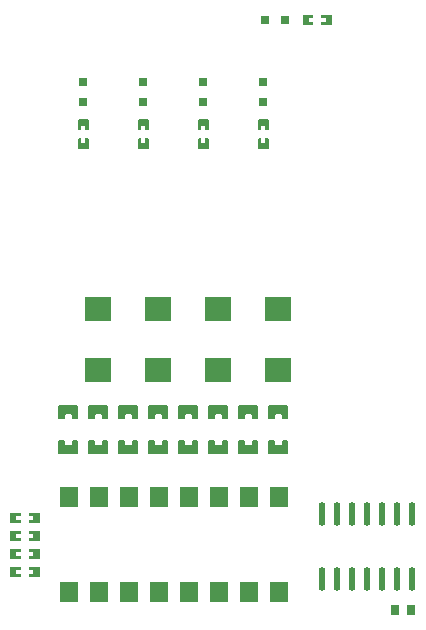
<source format=gtp>
G04 Layer: TopPasteMaskLayer*
G04 Panelize: , Column: 2, Row: 2, Board Size: 58.42mm x 58.42mm, Panelized Board Size: 118.84mm x 118.84mm*
G04 EasyEDA v6.5.34, 2023-10-07 22:52:34*
G04 b7e43a5b2ceb43bf805b1727b84d9839,5a6b42c53f6a479593ecc07194224c93,10*
G04 Gerber Generator version 0.2*
G04 Scale: 100 percent, Rotated: No, Reflected: No *
G04 Dimensions in millimeters *
G04 leading zeros omitted , absolute positions ,4 integer and 5 decimal *
%FSLAX45Y45*%
%MOMM*%

%AMMACRO1*21,1,$1,$2,0,0,$3*%
%ADD10R,1.5200X1.7800*%
%ADD11MACRO1,2.241X2.0475X0.0000*%
%ADD12R,0.8000X0.8000*%
%ADD13R,0.8000X0.9000*%
%ADD14O,0.5739892X2.0379944*%
%ADD15O,0.0119X2.0379944*%

%LPD*%
G36*
X3823868Y1715922D02*
G01*
X3813860Y1705914D01*
X3813860Y1605127D01*
X3823868Y1595170D01*
X3973931Y1595170D01*
X3983939Y1605127D01*
X3983939Y1705914D01*
X3973931Y1715922D01*
X3937812Y1715922D01*
X3927805Y1705914D01*
X3927805Y1684832D01*
X3917797Y1674825D01*
X3880002Y1674825D01*
X3869994Y1684832D01*
X3869994Y1705914D01*
X3859987Y1715922D01*
G37*
G36*
X3823868Y2011629D02*
G01*
X3813860Y2001672D01*
X3813860Y1900885D01*
X3823868Y1890877D01*
X3859987Y1890877D01*
X3869994Y1900885D01*
X3869994Y1921967D01*
X3880002Y1931974D01*
X3917797Y1931974D01*
X3927805Y1921967D01*
X3927805Y1900885D01*
X3937812Y1890877D01*
X3973931Y1890877D01*
X3983939Y1900885D01*
X3983939Y2001672D01*
X3973931Y2011629D01*
G37*
G36*
X3569868Y1715922D02*
G01*
X3559860Y1705914D01*
X3559860Y1605127D01*
X3569868Y1595170D01*
X3719931Y1595170D01*
X3729939Y1605127D01*
X3729939Y1705914D01*
X3719931Y1715922D01*
X3683812Y1715922D01*
X3673805Y1705914D01*
X3673805Y1684832D01*
X3663797Y1674825D01*
X3626002Y1674825D01*
X3615994Y1684832D01*
X3615994Y1705914D01*
X3605987Y1715922D01*
G37*
G36*
X3569868Y2011629D02*
G01*
X3559860Y2001672D01*
X3559860Y1900885D01*
X3569868Y1890877D01*
X3605987Y1890877D01*
X3615994Y1900885D01*
X3615994Y1921967D01*
X3626002Y1931974D01*
X3663797Y1931974D01*
X3673805Y1921967D01*
X3673805Y1900885D01*
X3683812Y1890877D01*
X3719931Y1890877D01*
X3729939Y1900885D01*
X3729939Y2001672D01*
X3719931Y2011629D01*
G37*
G36*
X3315868Y1715922D02*
G01*
X3305860Y1705914D01*
X3305860Y1605127D01*
X3315868Y1595170D01*
X3465931Y1595170D01*
X3475939Y1605127D01*
X3475939Y1705914D01*
X3465931Y1715922D01*
X3429812Y1715922D01*
X3419805Y1705914D01*
X3419805Y1684832D01*
X3409797Y1674825D01*
X3372002Y1674825D01*
X3361994Y1684832D01*
X3361994Y1705914D01*
X3351987Y1715922D01*
G37*
G36*
X3315868Y2011629D02*
G01*
X3305860Y2001672D01*
X3305860Y1900885D01*
X3315868Y1890877D01*
X3351987Y1890877D01*
X3361994Y1900885D01*
X3361994Y1921967D01*
X3372002Y1931974D01*
X3409797Y1931974D01*
X3419805Y1921967D01*
X3419805Y1900885D01*
X3429812Y1890877D01*
X3465931Y1890877D01*
X3475939Y1900885D01*
X3475939Y2001672D01*
X3465931Y2011629D01*
G37*
G36*
X3061868Y1715922D02*
G01*
X3051860Y1705914D01*
X3051860Y1605127D01*
X3061868Y1595170D01*
X3211931Y1595170D01*
X3221939Y1605127D01*
X3221939Y1705914D01*
X3211931Y1715922D01*
X3175812Y1715922D01*
X3165805Y1705914D01*
X3165805Y1684832D01*
X3155797Y1674825D01*
X3118002Y1674825D01*
X3107994Y1684832D01*
X3107994Y1705914D01*
X3097987Y1715922D01*
G37*
G36*
X3061868Y2011629D02*
G01*
X3051860Y2001672D01*
X3051860Y1900885D01*
X3061868Y1890877D01*
X3097987Y1890877D01*
X3107994Y1900885D01*
X3107994Y1921967D01*
X3118002Y1931974D01*
X3155797Y1931974D01*
X3165805Y1921967D01*
X3165805Y1900885D01*
X3175812Y1890877D01*
X3211931Y1890877D01*
X3221939Y1900885D01*
X3221939Y2001672D01*
X3211931Y2011629D01*
G37*
G36*
X2045868Y1715922D02*
G01*
X2035860Y1705914D01*
X2035860Y1605127D01*
X2045868Y1595170D01*
X2195931Y1595170D01*
X2205939Y1605127D01*
X2205939Y1705914D01*
X2195931Y1715922D01*
X2159812Y1715922D01*
X2149805Y1705914D01*
X2149805Y1684832D01*
X2139797Y1674825D01*
X2102002Y1674825D01*
X2091994Y1684832D01*
X2091994Y1705914D01*
X2081987Y1715922D01*
G37*
G36*
X2045868Y2011629D02*
G01*
X2035860Y2001672D01*
X2035860Y1900885D01*
X2045868Y1890877D01*
X2081987Y1890877D01*
X2091994Y1900885D01*
X2091994Y1921967D01*
X2102002Y1931974D01*
X2139797Y1931974D01*
X2149805Y1921967D01*
X2149805Y1900885D01*
X2159812Y1890877D01*
X2195931Y1890877D01*
X2205939Y1900885D01*
X2205939Y2001672D01*
X2195931Y2011629D01*
G37*
G36*
X2299868Y1715922D02*
G01*
X2289860Y1705914D01*
X2289860Y1605127D01*
X2299868Y1595170D01*
X2449931Y1595170D01*
X2459939Y1605127D01*
X2459939Y1705914D01*
X2449931Y1715922D01*
X2413812Y1715922D01*
X2403805Y1705914D01*
X2403805Y1684832D01*
X2393797Y1674825D01*
X2356002Y1674825D01*
X2345994Y1684832D01*
X2345994Y1705914D01*
X2335987Y1715922D01*
G37*
G36*
X2299868Y2011629D02*
G01*
X2289860Y2001672D01*
X2289860Y1900885D01*
X2299868Y1890877D01*
X2335987Y1890877D01*
X2345994Y1900885D01*
X2345994Y1921967D01*
X2356002Y1931974D01*
X2393797Y1931974D01*
X2403805Y1921967D01*
X2403805Y1900885D01*
X2413812Y1890877D01*
X2449931Y1890877D01*
X2459939Y1900885D01*
X2459939Y2001672D01*
X2449931Y2011629D01*
G37*
G36*
X2553868Y1715922D02*
G01*
X2543860Y1705914D01*
X2543860Y1605127D01*
X2553868Y1595170D01*
X2703931Y1595170D01*
X2713939Y1605127D01*
X2713939Y1705914D01*
X2703931Y1715922D01*
X2667812Y1715922D01*
X2657805Y1705914D01*
X2657805Y1684832D01*
X2647797Y1674825D01*
X2610002Y1674825D01*
X2599994Y1684832D01*
X2599994Y1705914D01*
X2589987Y1715922D01*
G37*
G36*
X2553868Y2011629D02*
G01*
X2543860Y2001672D01*
X2543860Y1900885D01*
X2553868Y1890877D01*
X2589987Y1890877D01*
X2599994Y1900885D01*
X2599994Y1921967D01*
X2610002Y1931974D01*
X2647797Y1931974D01*
X2657805Y1921967D01*
X2657805Y1900885D01*
X2667812Y1890877D01*
X2703931Y1890877D01*
X2713939Y1900885D01*
X2713939Y2001672D01*
X2703931Y2011629D01*
G37*
G36*
X2807868Y1715922D02*
G01*
X2797860Y1705914D01*
X2797860Y1605127D01*
X2807868Y1595170D01*
X2957931Y1595170D01*
X2967939Y1605127D01*
X2967939Y1705914D01*
X2957931Y1715922D01*
X2921812Y1715922D01*
X2911805Y1705914D01*
X2911805Y1684832D01*
X2901797Y1674825D01*
X2864002Y1674825D01*
X2853994Y1684832D01*
X2853994Y1705914D01*
X2843987Y1715922D01*
G37*
G36*
X2807868Y2011629D02*
G01*
X2797860Y2001672D01*
X2797860Y1900885D01*
X2807868Y1890877D01*
X2843987Y1890877D01*
X2853994Y1900885D01*
X2853994Y1921967D01*
X2864002Y1931974D01*
X2901797Y1931974D01*
X2911805Y1921967D01*
X2911805Y1900885D01*
X2921812Y1890877D01*
X2957931Y1890877D01*
X2967939Y1900885D01*
X2967939Y2001672D01*
X2957931Y2011629D01*
G37*
G36*
X1792122Y1099108D02*
G01*
X1787093Y1094079D01*
X1787093Y1071321D01*
X1824126Y1071321D01*
X1824126Y1038301D01*
X1787093Y1038301D01*
X1787093Y1014120D01*
X1792122Y1009091D01*
X1872081Y1009091D01*
X1877110Y1014120D01*
X1877110Y1094079D01*
X1872081Y1099108D01*
G37*
G36*
X1633118Y1099108D02*
G01*
X1628089Y1094079D01*
X1628089Y1014120D01*
X1633118Y1009091D01*
X1712112Y1009091D01*
X1717090Y1014120D01*
X1717090Y1038301D01*
X1679092Y1038301D01*
X1679092Y1071321D01*
X1717090Y1071321D01*
X1717090Y1094079D01*
X1712112Y1099108D01*
G37*
G36*
X1792122Y946708D02*
G01*
X1787093Y941679D01*
X1787093Y918921D01*
X1824126Y918921D01*
X1824126Y885901D01*
X1787093Y885901D01*
X1787093Y861720D01*
X1792122Y856691D01*
X1872081Y856691D01*
X1877110Y861720D01*
X1877110Y941679D01*
X1872081Y946708D01*
G37*
G36*
X1633118Y946708D02*
G01*
X1628089Y941679D01*
X1628089Y861720D01*
X1633118Y856691D01*
X1712112Y856691D01*
X1717090Y861720D01*
X1717090Y885901D01*
X1679092Y885901D01*
X1679092Y918921D01*
X1717090Y918921D01*
X1717090Y941679D01*
X1712112Y946708D01*
G37*
G36*
X1792122Y794308D02*
G01*
X1787093Y789279D01*
X1787093Y766521D01*
X1824126Y766521D01*
X1824126Y733501D01*
X1787093Y733501D01*
X1787093Y709320D01*
X1792122Y704291D01*
X1872081Y704291D01*
X1877110Y709320D01*
X1877110Y789279D01*
X1872081Y794308D01*
G37*
G36*
X1633118Y794308D02*
G01*
X1628089Y789279D01*
X1628089Y709320D01*
X1633118Y704291D01*
X1712112Y704291D01*
X1717090Y709320D01*
X1717090Y733501D01*
X1679092Y733501D01*
X1679092Y766521D01*
X1717090Y766521D01*
X1717090Y789279D01*
X1712112Y794308D01*
G37*
G36*
X1792122Y641908D02*
G01*
X1787093Y636879D01*
X1787093Y614121D01*
X1824126Y614121D01*
X1824126Y581101D01*
X1787093Y581101D01*
X1787093Y556920D01*
X1792122Y551891D01*
X1872081Y551891D01*
X1877110Y556920D01*
X1877110Y636879D01*
X1872081Y641908D01*
G37*
G36*
X1633118Y641908D02*
G01*
X1628089Y636879D01*
X1628089Y556920D01*
X1633118Y551891D01*
X1712112Y551891D01*
X1717090Y556920D01*
X1717090Y581101D01*
X1679092Y581101D01*
X1679092Y614121D01*
X1717090Y614121D01*
X1717090Y636879D01*
X1712112Y641908D01*
G37*
G36*
X3731920Y4429810D02*
G01*
X3726891Y4424781D01*
X3726891Y4344822D01*
X3731920Y4339793D01*
X3754678Y4339793D01*
X3754678Y4376826D01*
X3787698Y4376826D01*
X3787698Y4339793D01*
X3811879Y4339793D01*
X3816908Y4344822D01*
X3816908Y4424781D01*
X3811879Y4429810D01*
G37*
G36*
X3731920Y4269790D02*
G01*
X3726891Y4264812D01*
X3726891Y4185818D01*
X3731920Y4180789D01*
X3811879Y4180789D01*
X3816908Y4185818D01*
X3816908Y4264812D01*
X3811879Y4269790D01*
X3787698Y4269790D01*
X3787698Y4231792D01*
X3754678Y4231792D01*
X3754678Y4269790D01*
G37*
G36*
X3223920Y4429810D02*
G01*
X3218891Y4424781D01*
X3218891Y4344822D01*
X3223920Y4339793D01*
X3246678Y4339793D01*
X3246678Y4376826D01*
X3279698Y4376826D01*
X3279698Y4339793D01*
X3303879Y4339793D01*
X3308908Y4344822D01*
X3308908Y4424781D01*
X3303879Y4429810D01*
G37*
G36*
X3223920Y4269790D02*
G01*
X3218891Y4264812D01*
X3218891Y4185818D01*
X3223920Y4180789D01*
X3303879Y4180789D01*
X3308908Y4185818D01*
X3308908Y4264812D01*
X3303879Y4269790D01*
X3279698Y4269790D01*
X3279698Y4231792D01*
X3246678Y4231792D01*
X3246678Y4269790D01*
G37*
G36*
X2715920Y4429810D02*
G01*
X2710891Y4424781D01*
X2710891Y4344822D01*
X2715920Y4339793D01*
X2738678Y4339793D01*
X2738678Y4376826D01*
X2771698Y4376826D01*
X2771698Y4339793D01*
X2795879Y4339793D01*
X2800908Y4344822D01*
X2800908Y4424781D01*
X2795879Y4429810D01*
G37*
G36*
X2715920Y4269790D02*
G01*
X2710891Y4264812D01*
X2710891Y4185818D01*
X2715920Y4180789D01*
X2795879Y4180789D01*
X2800908Y4185818D01*
X2800908Y4264812D01*
X2795879Y4269790D01*
X2771698Y4269790D01*
X2771698Y4231792D01*
X2738678Y4231792D01*
X2738678Y4269790D01*
G37*
G36*
X2207920Y4429810D02*
G01*
X2202891Y4424781D01*
X2202891Y4344822D01*
X2207920Y4339793D01*
X2230678Y4339793D01*
X2230678Y4376826D01*
X2263698Y4376826D01*
X2263698Y4339793D01*
X2287879Y4339793D01*
X2292908Y4344822D01*
X2292908Y4424781D01*
X2287879Y4429810D01*
G37*
G36*
X2207920Y4269790D02*
G01*
X2202891Y4264812D01*
X2202891Y4185818D01*
X2207920Y4180789D01*
X2287879Y4180789D01*
X2292908Y4185818D01*
X2292908Y4264812D01*
X2287879Y4269790D01*
X2263698Y4269790D01*
X2263698Y4231792D01*
X2230678Y4231792D01*
X2230678Y4269790D01*
G37*
G36*
X4268622Y5315508D02*
G01*
X4263593Y5310479D01*
X4263593Y5287721D01*
X4300575Y5287721D01*
X4300575Y5254701D01*
X4263593Y5254701D01*
X4263593Y5230520D01*
X4268622Y5225491D01*
X4348581Y5225491D01*
X4353610Y5230520D01*
X4353610Y5310479D01*
X4348581Y5315508D01*
G37*
G36*
X4109618Y5315508D02*
G01*
X4104589Y5310479D01*
X4104589Y5230520D01*
X4109618Y5225491D01*
X4188612Y5225491D01*
X4193590Y5230520D01*
X4193590Y5254701D01*
X4155592Y5254701D01*
X4155592Y5287721D01*
X4193590Y5287721D01*
X4193590Y5310479D01*
X4188612Y5315508D01*
G37*
D10*
G01*
X2887218Y1231798D03*
G01*
X2633218Y1231798D03*
G01*
X2379218Y1231798D03*
G01*
X2125218Y1231798D03*
G01*
X3141218Y1231798D03*
G01*
X3395218Y1231798D03*
G01*
X3649218Y1231798D03*
G01*
X3903218Y1231798D03*
G01*
X3903218Y431800D03*
G01*
X3649218Y431800D03*
G01*
X3395218Y431800D03*
G01*
X3141218Y431800D03*
G01*
X2125218Y431800D03*
G01*
X2379218Y431800D03*
G01*
X2633218Y431800D03*
G01*
X2887218Y431800D03*
D11*
G01*
X3390900Y2306274D03*
G01*
X3390900Y2824525D03*
G01*
X2882900Y2306274D03*
G01*
X2882900Y2824525D03*
G01*
X2374900Y2306274D03*
G01*
X2374900Y2824525D03*
D12*
G01*
X3771900Y4575810D03*
G01*
X3771900Y4745989D03*
G01*
X3263900Y4575810D03*
G01*
X3263900Y4745989D03*
G01*
X2755900Y4575810D03*
G01*
X2755900Y4745989D03*
G01*
X2247900Y4575810D03*
G01*
X2247900Y4745989D03*
D13*
G01*
X5023002Y279400D03*
G01*
X4882997Y279400D03*
D14*
G01*
X5029200Y1089710D03*
G01*
X4902200Y1089710D03*
G01*
X4775200Y1089710D03*
G01*
X4648200Y1089710D03*
G01*
X4521200Y1089710D03*
G01*
X4394200Y1089710D03*
G01*
X4267200Y1089710D03*
G01*
X5029200Y535889D03*
G01*
X4902200Y535889D03*
G01*
X4775200Y535889D03*
G01*
X4648200Y535889D03*
G01*
X4521200Y535889D03*
G01*
X4394200Y535889D03*
G01*
X4267200Y535889D03*
D11*
G01*
X3898900Y2306274D03*
G01*
X3898900Y2824525D03*
D12*
G01*
X3958590Y5270500D03*
G01*
X3788409Y5270500D03*
M02*

</source>
